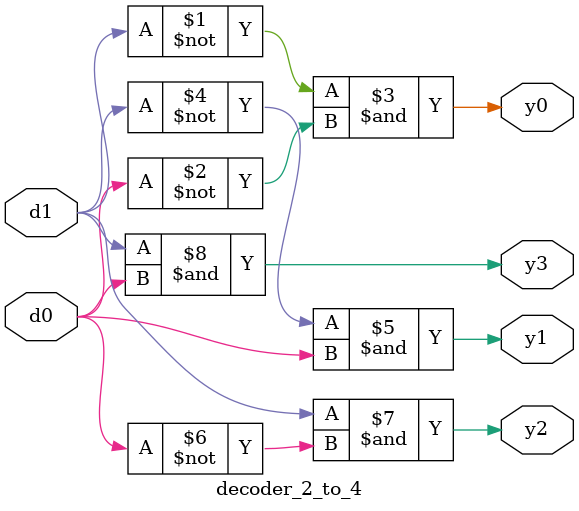
<source format=v>
`timescale 1ns / 1ps


module decoder_2_to_4(d0,d1,y0,y1,y2,y3);
    input d0,d1;
    output y0,y1,y2,y3;
    
    assign y0=(~d1)&(~d0);
    assign y1=(~d1)&(d0);
    assign y2=(d1)&(~d0);
    assign y3=(d1)&(d0);
    
endmodule

</source>
